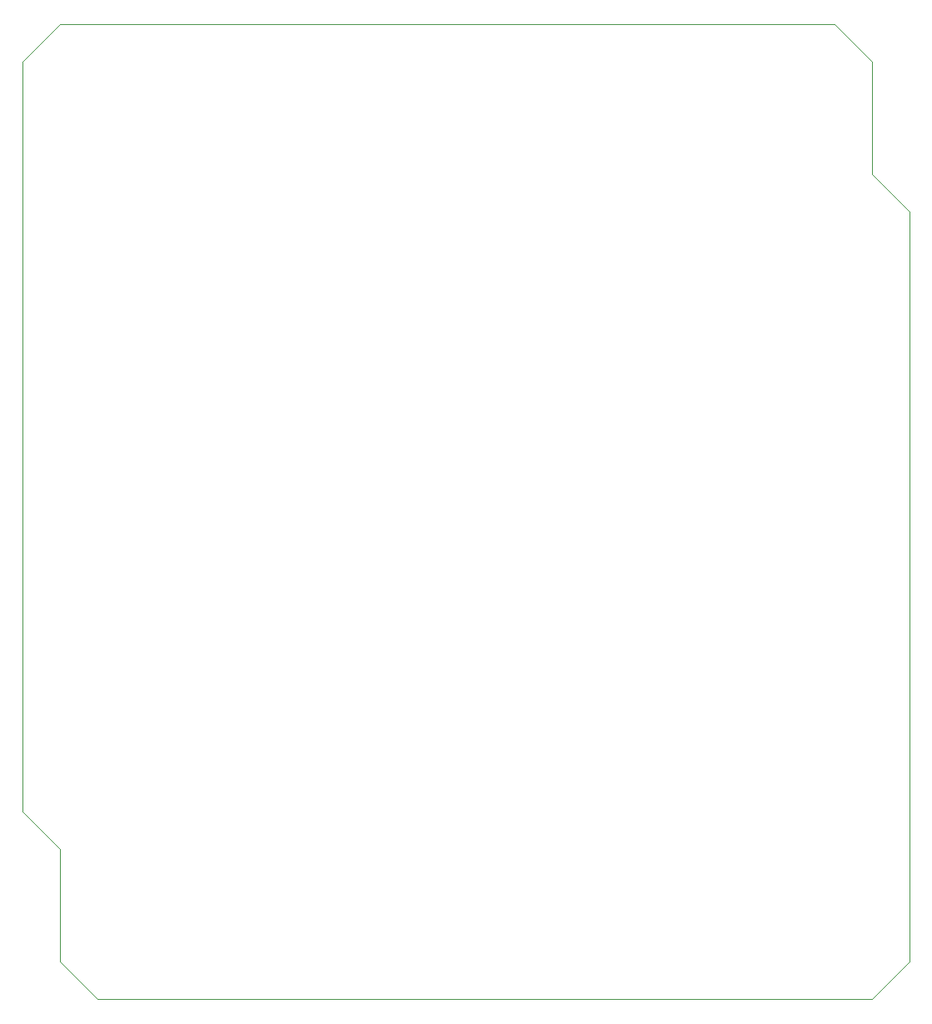
<source format=gm1>
G04 #@! TF.GenerationSoftware,KiCad,Pcbnew,5.1.2-f72e74a~84~ubuntu19.04.1*
G04 #@! TF.CreationDate,2019-06-29T01:26:47-05:00*
G04 #@! TF.ProjectId,pic18,70696331-382e-46b6-9963-61645f706362,rev?*
G04 #@! TF.SameCoordinates,Original*
G04 #@! TF.FileFunction,Profile,NP*
%FSLAX46Y46*%
G04 Gerber Fmt 4.6, Leading zero omitted, Abs format (unit mm)*
G04 Created by KiCad (PCBNEW 5.1.2-f72e74a~84~ubuntu19.04.1) date 2019-06-29 01:26:47*
%MOMM*%
%LPD*%
G04 APERTURE LIST*
%ADD10C,0.050000*%
G04 APERTURE END LIST*
D10*
X105410000Y-140970000D02*
X184150000Y-140970000D01*
X101600000Y-41910000D02*
X180340000Y-41910000D01*
X187960000Y-60960000D02*
X187960000Y-137160000D01*
X187960000Y-137160000D02*
X184150000Y-140970000D01*
X184150000Y-57150000D02*
X184150000Y-45720000D01*
X187960000Y-60960000D02*
X184150000Y-57150000D01*
X184150000Y-45720000D02*
X180340000Y-41910000D01*
X97790000Y-121920000D02*
X97790000Y-45720000D01*
X101600000Y-137160000D02*
X105410000Y-140970000D01*
X97790000Y-121920000D02*
X101600000Y-125730000D01*
X101600000Y-125730000D02*
X101600000Y-137160000D01*
X97790000Y-45720000D02*
X101600000Y-41910000D01*
M02*

</source>
